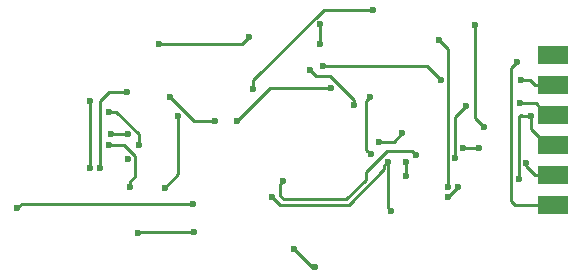
<source format=gbl>
G04 #@! TF.FileFunction,Copper,L2,Bot,Signal*
%FSLAX46Y46*%
G04 Gerber Fmt 4.6, Leading zero omitted, Abs format (unit mm)*
G04 Created by KiCad (PCBNEW 4.0.0-rc1-stable) date 12/22/2015 11:03:48 PM*
%MOMM*%
G01*
G04 APERTURE LIST*
%ADD10C,0.100000*%
%ADD11R,2.540000X1.524000*%
%ADD12C,0.600000*%
%ADD13C,0.250000*%
G04 APERTURE END LIST*
D10*
D11*
X150876000Y-107950000D03*
X150876000Y-110490000D03*
X150876000Y-113030000D03*
X150876000Y-115570000D03*
X150876000Y-118110000D03*
X150876000Y-120650000D03*
D12*
X113284000Y-112776000D03*
X115824000Y-115570000D03*
X114909600Y-116801900D03*
X142873799Y-119127201D03*
X141998700Y-120027700D03*
X135442956Y-116392956D03*
X135382000Y-111582200D03*
X117551200Y-107022900D03*
X125183900Y-106426000D03*
X149047200Y-113131600D03*
X147981800Y-118489000D03*
X114871500Y-114668300D03*
X113449100Y-114706400D03*
X141224000Y-106680000D03*
X138430000Y-118251710D03*
X138417300Y-117001690D03*
X141989400Y-119126700D03*
X113284000Y-115570000D03*
X128930400Y-124383800D03*
X130746500Y-125920500D03*
X115062000Y-119126000D03*
X115735100Y-123050300D03*
X120497600Y-122948700D03*
X127076200Y-119974190D03*
X118452900Y-111506000D03*
X122252910Y-113563300D03*
X137134600Y-121208800D03*
X136880600Y-117001690D03*
X135636000Y-104140000D03*
X125476000Y-110870209D03*
X112560100Y-117558871D03*
X114836229Y-111137700D03*
X111696500Y-117558871D03*
X111671100Y-111909571D03*
X130302000Y-109219990D03*
X134051044Y-112207044D03*
X119173001Y-113109999D03*
X118018549Y-119212349D03*
X120373310Y-120599200D03*
X105537000Y-120967500D03*
X147828000Y-108597700D03*
X144272000Y-105410000D03*
X145034000Y-114046000D03*
X131445000Y-108940600D03*
X141364390Y-110096300D03*
X148196300Y-110070900D03*
X128054100Y-118694200D03*
X139255500Y-116420900D03*
X142614410Y-116700300D03*
X143548100Y-112268000D03*
X148120100Y-112066810D03*
X143304090Y-115849400D03*
X144639104Y-115859390D03*
X148606810Y-117144800D03*
X136144014Y-115316000D03*
X138125060Y-114608052D03*
X132080000Y-110744002D03*
X124155200Y-113550700D03*
X131127500Y-107076410D03*
X131152900Y-105376380D03*
D13*
X115824000Y-115570000D02*
X115824000Y-114695798D01*
X115824000Y-114695798D02*
X113904202Y-112776000D01*
X113904202Y-112776000D02*
X113284000Y-112776000D01*
X114871500Y-116763800D02*
X114909600Y-116801900D01*
X141998700Y-120027700D02*
X141998700Y-120002300D01*
X141998700Y-120002300D02*
X142873799Y-119127201D01*
X135082001Y-116032001D02*
X135142957Y-116092957D01*
X135142957Y-116092957D02*
X135442956Y-116392956D01*
X135382000Y-111582200D02*
X135082001Y-111882199D01*
X135082001Y-111882199D02*
X135082001Y-116032001D01*
X148132800Y-113042700D02*
X148221700Y-113131600D01*
X148221700Y-113131600D02*
X149047200Y-113131600D01*
X147993100Y-113182400D02*
X148132800Y-113042700D01*
X147993100Y-114185700D02*
X147993100Y-113182400D01*
X147981800Y-117956200D02*
X147981800Y-114197000D01*
X147981800Y-114197000D02*
X147993100Y-114185700D01*
X149047200Y-113131600D02*
X148622936Y-113131600D01*
X125183900Y-106426000D02*
X124587000Y-107022900D01*
X124587000Y-107022900D02*
X117551200Y-107022900D01*
X149047200Y-113131600D02*
X149047200Y-114249200D01*
X149047200Y-114249200D02*
X150368000Y-115570000D01*
X150368000Y-115570000D02*
X150876000Y-115570000D01*
X147981800Y-117956200D02*
X147981800Y-118489000D01*
X113449100Y-114706400D02*
X114833400Y-114706400D01*
X114833400Y-114706400D02*
X114871500Y-114668300D01*
X141224000Y-106680000D02*
X141989391Y-107445391D01*
X141989391Y-107445391D02*
X141989391Y-110067491D01*
X141989391Y-110067491D02*
X141989400Y-110067500D01*
X138417300Y-117001690D02*
X138417300Y-118239010D01*
X138417300Y-118239010D02*
X138430000Y-118251710D01*
X141989400Y-110067500D02*
X141989400Y-119126700D01*
X115534601Y-117031778D02*
X115534601Y-116501899D01*
X115534601Y-116501899D02*
X114602702Y-115570000D01*
X114602702Y-115570000D02*
X113284000Y-115570000D01*
X130746500Y-125920500D02*
X130467100Y-125920500D01*
X130467100Y-125920500D02*
X128930400Y-124383800D01*
X115062000Y-119126000D02*
X115062000Y-118701736D01*
X115534601Y-117031778D02*
X115534601Y-117421499D01*
X115534601Y-118229135D02*
X115534601Y-117031778D01*
X115062000Y-118701736D02*
X115534601Y-118229135D01*
X120497600Y-122948700D02*
X115836700Y-122948700D01*
X115836700Y-122948700D02*
X115735100Y-123050300D01*
X127076200Y-119974190D02*
X127760221Y-120658211D01*
X127760221Y-120658211D02*
X133571712Y-120658210D01*
X133571712Y-120658210D02*
X136580601Y-117649321D01*
X136580601Y-117649321D02*
X136580601Y-117301689D01*
X136580601Y-117301689D02*
X136880600Y-117001690D01*
X122252910Y-113563300D02*
X120510200Y-113563300D01*
X120510200Y-113563300D02*
X118452900Y-111506000D01*
X136880600Y-117001690D02*
X136880600Y-120954800D01*
X136880600Y-120954800D02*
X137134600Y-121208800D01*
X125476000Y-110870209D02*
X125476000Y-110128278D01*
X125476000Y-110128278D02*
X131464278Y-104140000D01*
X131464278Y-104140000D02*
X135636000Y-104140000D01*
X113284000Y-111137700D02*
X112560100Y-111861600D01*
X112560100Y-111861600D02*
X112560100Y-117558871D01*
X114836229Y-111137700D02*
X113284000Y-111137700D01*
X111671100Y-111909571D02*
X111671100Y-117533471D01*
X111671100Y-117533471D02*
X111696500Y-117558871D01*
X130601999Y-109519989D02*
X130302000Y-109219990D01*
X130810010Y-109728000D02*
X130601999Y-109519989D01*
X134051044Y-111782780D02*
X131996264Y-109728000D01*
X134051044Y-112207044D02*
X134051044Y-111782780D01*
X131996264Y-109728000D02*
X130810010Y-109728000D01*
X118018549Y-119212349D02*
X119173001Y-118057897D01*
X119173001Y-118057897D02*
X119173001Y-113109999D01*
X105537000Y-120967500D02*
X105905300Y-120599200D01*
X105905300Y-120599200D02*
X120373310Y-120599200D01*
X147637500Y-120650000D02*
X147356799Y-120369299D01*
X147356799Y-120369299D02*
X147356799Y-109068901D01*
X147356799Y-109068901D02*
X147828000Y-108597700D01*
X150876000Y-120650000D02*
X147637500Y-120650000D01*
X150622000Y-120650000D02*
X150876000Y-120650000D01*
X145034000Y-114046000D02*
X144272000Y-113284000D01*
X144272000Y-113284000D02*
X144272000Y-105410000D01*
X141364390Y-110096300D02*
X140208690Y-108940600D01*
X140208690Y-108940600D02*
X131445000Y-108940600D01*
X150876000Y-110490000D02*
X149356000Y-110490000D01*
X149356000Y-110490000D02*
X148936900Y-110070900D01*
X148936900Y-110070900D02*
X148196300Y-110070900D01*
X139255500Y-116420900D02*
X138955501Y-116120901D01*
X138955501Y-116120901D02*
X136836387Y-116120901D01*
X136836387Y-116120901D02*
X135041801Y-117915487D01*
X135041801Y-117915487D02*
X135041801Y-118551711D01*
X135041801Y-118551711D02*
X133385311Y-120208201D01*
X127784699Y-119883201D02*
X127784699Y-118963601D01*
X133385311Y-120208201D02*
X128109699Y-120208201D01*
X128109699Y-120208201D02*
X127784699Y-119883201D01*
X127784699Y-118963601D02*
X128054100Y-118694200D01*
X143548100Y-112268000D02*
X142614410Y-113201690D01*
X142614410Y-113201690D02*
X142614410Y-116700300D01*
X150876000Y-113030000D02*
X150368000Y-113030000D01*
X149404810Y-112066810D02*
X148120100Y-112066810D01*
X150368000Y-113030000D02*
X149404810Y-112066810D01*
X144639104Y-115859390D02*
X143314080Y-115859390D01*
X143314080Y-115859390D02*
X143304090Y-115849400D01*
X150876000Y-118110000D02*
X149356000Y-118110000D01*
X148606810Y-117360810D02*
X148606810Y-117144800D01*
X149356000Y-118110000D02*
X148606810Y-117360810D01*
X136568278Y-115316000D02*
X136144014Y-115316000D01*
X138125060Y-114608052D02*
X137417112Y-115316000D01*
X137417112Y-115316000D02*
X136568278Y-115316000D01*
X126961898Y-110744002D02*
X131655736Y-110744002D01*
X131655736Y-110744002D02*
X132080000Y-110744002D01*
X124155200Y-113550700D02*
X126961898Y-110744002D01*
X131152900Y-105376380D02*
X131152900Y-107051010D01*
X131152900Y-107051010D02*
X131127500Y-107076410D01*
M02*

</source>
